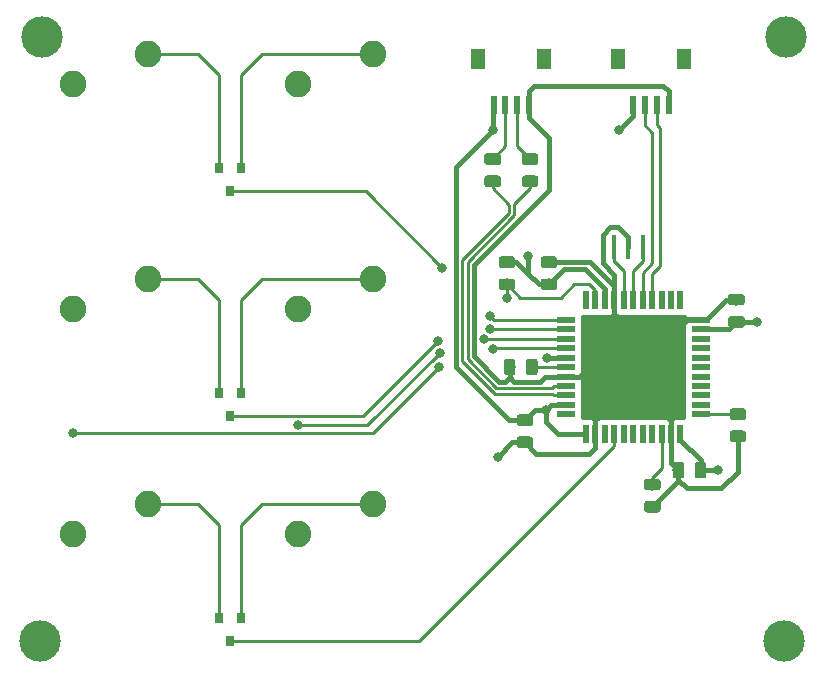
<source format=gbl>
G04 #@! TF.GenerationSoftware,KiCad,Pcbnew,(5.1.2)-2*
G04 #@! TF.CreationDate,2020-07-12T21:59:46+03:00*
G04 #@! TF.ProjectId,KB-Prototype,4b422d50-726f-4746-9f74-7970652e6b69,rev?*
G04 #@! TF.SameCoordinates,Original*
G04 #@! TF.FileFunction,Copper,L2,Bot*
G04 #@! TF.FilePolarity,Positive*
%FSLAX46Y46*%
G04 Gerber Fmt 4.6, Leading zero omitted, Abs format (unit mm)*
G04 Created by KiCad (PCBNEW (5.1.2)-2) date 2020-07-12 21:59:46*
%MOMM*%
%LPD*%
G04 APERTURE LIST*
%ADD10C,3.500000*%
%ADD11R,0.400000X2.000000*%
%ADD12R,0.550000X1.500000*%
%ADD13R,1.500000X0.550000*%
%ADD14C,0.100000*%
%ADD15C,0.975000*%
%ADD16C,2.250000*%
%ADD17R,1.200000X1.800000*%
%ADD18R,0.600000X1.550000*%
%ADD19R,0.800000X0.900000*%
%ADD20C,0.800000*%
%ADD21C,0.381000*%
%ADD22C,0.250000*%
%ADD23C,0.254000*%
G04 APERTURE END LIST*
D10*
X89789000Y-77978000D03*
X89916000Y-26797000D03*
X26797000Y-77978000D03*
X26924000Y-26797000D03*
D11*
X75381000Y-44577000D03*
X77781000Y-44577000D03*
X76581000Y-44577000D03*
D12*
X72993750Y-60468750D03*
X73793750Y-60468750D03*
X74593750Y-60468750D03*
X75393750Y-60468750D03*
X76193750Y-60468750D03*
X76993750Y-60468750D03*
X77793750Y-60468750D03*
X78593750Y-60468750D03*
X79393750Y-60468750D03*
X80193750Y-60468750D03*
X80993750Y-60468750D03*
D13*
X82693750Y-58768750D03*
X82693750Y-57968750D03*
X82693750Y-57168750D03*
X82693750Y-56368750D03*
X82693750Y-55568750D03*
X82693750Y-54768750D03*
X82693750Y-53968750D03*
X82693750Y-53168750D03*
X82693750Y-52368750D03*
X82693750Y-51568750D03*
X82693750Y-50768750D03*
D12*
X80993750Y-49068750D03*
X80193750Y-49068750D03*
X79393750Y-49068750D03*
X78593750Y-49068750D03*
X77793750Y-49068750D03*
X76993750Y-49068750D03*
X76193750Y-49068750D03*
X75393750Y-49068750D03*
X74593750Y-49068750D03*
X73793750Y-49068750D03*
X72993750Y-49068750D03*
D13*
X71293750Y-50768750D03*
X71293750Y-51568750D03*
X71293750Y-52368750D03*
X71293750Y-53168750D03*
X71293750Y-53968750D03*
X71293750Y-54768750D03*
X71293750Y-55568750D03*
X71293750Y-56368750D03*
X71293750Y-57168750D03*
X71293750Y-57968750D03*
X71293750Y-58768750D03*
D14*
G36*
X79093142Y-64235174D02*
G01*
X79116803Y-64238684D01*
X79140007Y-64244496D01*
X79162529Y-64252554D01*
X79184153Y-64262782D01*
X79204670Y-64275079D01*
X79223883Y-64289329D01*
X79241607Y-64305393D01*
X79257671Y-64323117D01*
X79271921Y-64342330D01*
X79284218Y-64362847D01*
X79294446Y-64384471D01*
X79302504Y-64406993D01*
X79308316Y-64430197D01*
X79311826Y-64453858D01*
X79313000Y-64477750D01*
X79313000Y-64965250D01*
X79311826Y-64989142D01*
X79308316Y-65012803D01*
X79302504Y-65036007D01*
X79294446Y-65058529D01*
X79284218Y-65080153D01*
X79271921Y-65100670D01*
X79257671Y-65119883D01*
X79241607Y-65137607D01*
X79223883Y-65153671D01*
X79204670Y-65167921D01*
X79184153Y-65180218D01*
X79162529Y-65190446D01*
X79140007Y-65198504D01*
X79116803Y-65204316D01*
X79093142Y-65207826D01*
X79069250Y-65209000D01*
X78156750Y-65209000D01*
X78132858Y-65207826D01*
X78109197Y-65204316D01*
X78085993Y-65198504D01*
X78063471Y-65190446D01*
X78041847Y-65180218D01*
X78021330Y-65167921D01*
X78002117Y-65153671D01*
X77984393Y-65137607D01*
X77968329Y-65119883D01*
X77954079Y-65100670D01*
X77941782Y-65080153D01*
X77931554Y-65058529D01*
X77923496Y-65036007D01*
X77917684Y-65012803D01*
X77914174Y-64989142D01*
X77913000Y-64965250D01*
X77913000Y-64477750D01*
X77914174Y-64453858D01*
X77917684Y-64430197D01*
X77923496Y-64406993D01*
X77931554Y-64384471D01*
X77941782Y-64362847D01*
X77954079Y-64342330D01*
X77968329Y-64323117D01*
X77984393Y-64305393D01*
X78002117Y-64289329D01*
X78021330Y-64275079D01*
X78041847Y-64262782D01*
X78063471Y-64252554D01*
X78085993Y-64244496D01*
X78109197Y-64238684D01*
X78132858Y-64235174D01*
X78156750Y-64234000D01*
X79069250Y-64234000D01*
X79093142Y-64235174D01*
X79093142Y-64235174D01*
G37*
D15*
X78613000Y-64721500D03*
D14*
G36*
X79093142Y-66110174D02*
G01*
X79116803Y-66113684D01*
X79140007Y-66119496D01*
X79162529Y-66127554D01*
X79184153Y-66137782D01*
X79204670Y-66150079D01*
X79223883Y-66164329D01*
X79241607Y-66180393D01*
X79257671Y-66198117D01*
X79271921Y-66217330D01*
X79284218Y-66237847D01*
X79294446Y-66259471D01*
X79302504Y-66281993D01*
X79308316Y-66305197D01*
X79311826Y-66328858D01*
X79313000Y-66352750D01*
X79313000Y-66840250D01*
X79311826Y-66864142D01*
X79308316Y-66887803D01*
X79302504Y-66911007D01*
X79294446Y-66933529D01*
X79284218Y-66955153D01*
X79271921Y-66975670D01*
X79257671Y-66994883D01*
X79241607Y-67012607D01*
X79223883Y-67028671D01*
X79204670Y-67042921D01*
X79184153Y-67055218D01*
X79162529Y-67065446D01*
X79140007Y-67073504D01*
X79116803Y-67079316D01*
X79093142Y-67082826D01*
X79069250Y-67084000D01*
X78156750Y-67084000D01*
X78132858Y-67082826D01*
X78109197Y-67079316D01*
X78085993Y-67073504D01*
X78063471Y-67065446D01*
X78041847Y-67055218D01*
X78021330Y-67042921D01*
X78002117Y-67028671D01*
X77984393Y-67012607D01*
X77968329Y-66994883D01*
X77954079Y-66975670D01*
X77941782Y-66955153D01*
X77931554Y-66933529D01*
X77923496Y-66911007D01*
X77917684Y-66887803D01*
X77914174Y-66864142D01*
X77913000Y-66840250D01*
X77913000Y-66352750D01*
X77914174Y-66328858D01*
X77917684Y-66305197D01*
X77923496Y-66281993D01*
X77931554Y-66259471D01*
X77941782Y-66237847D01*
X77954079Y-66217330D01*
X77968329Y-66198117D01*
X77984393Y-66180393D01*
X78002117Y-66164329D01*
X78021330Y-66150079D01*
X78041847Y-66137782D01*
X78063471Y-66127554D01*
X78085993Y-66119496D01*
X78109197Y-66113684D01*
X78132858Y-66110174D01*
X78156750Y-66109000D01*
X79069250Y-66109000D01*
X79093142Y-66110174D01*
X79093142Y-66110174D01*
G37*
D15*
X78613000Y-66596500D03*
D14*
G36*
X86332142Y-58266174D02*
G01*
X86355803Y-58269684D01*
X86379007Y-58275496D01*
X86401529Y-58283554D01*
X86423153Y-58293782D01*
X86443670Y-58306079D01*
X86462883Y-58320329D01*
X86480607Y-58336393D01*
X86496671Y-58354117D01*
X86510921Y-58373330D01*
X86523218Y-58393847D01*
X86533446Y-58415471D01*
X86541504Y-58437993D01*
X86547316Y-58461197D01*
X86550826Y-58484858D01*
X86552000Y-58508750D01*
X86552000Y-58996250D01*
X86550826Y-59020142D01*
X86547316Y-59043803D01*
X86541504Y-59067007D01*
X86533446Y-59089529D01*
X86523218Y-59111153D01*
X86510921Y-59131670D01*
X86496671Y-59150883D01*
X86480607Y-59168607D01*
X86462883Y-59184671D01*
X86443670Y-59198921D01*
X86423153Y-59211218D01*
X86401529Y-59221446D01*
X86379007Y-59229504D01*
X86355803Y-59235316D01*
X86332142Y-59238826D01*
X86308250Y-59240000D01*
X85395750Y-59240000D01*
X85371858Y-59238826D01*
X85348197Y-59235316D01*
X85324993Y-59229504D01*
X85302471Y-59221446D01*
X85280847Y-59211218D01*
X85260330Y-59198921D01*
X85241117Y-59184671D01*
X85223393Y-59168607D01*
X85207329Y-59150883D01*
X85193079Y-59131670D01*
X85180782Y-59111153D01*
X85170554Y-59089529D01*
X85162496Y-59067007D01*
X85156684Y-59043803D01*
X85153174Y-59020142D01*
X85152000Y-58996250D01*
X85152000Y-58508750D01*
X85153174Y-58484858D01*
X85156684Y-58461197D01*
X85162496Y-58437993D01*
X85170554Y-58415471D01*
X85180782Y-58393847D01*
X85193079Y-58373330D01*
X85207329Y-58354117D01*
X85223393Y-58336393D01*
X85241117Y-58320329D01*
X85260330Y-58306079D01*
X85280847Y-58293782D01*
X85302471Y-58283554D01*
X85324993Y-58275496D01*
X85348197Y-58269684D01*
X85371858Y-58266174D01*
X85395750Y-58265000D01*
X86308250Y-58265000D01*
X86332142Y-58266174D01*
X86332142Y-58266174D01*
G37*
D15*
X85852000Y-58752500D03*
D14*
G36*
X86332142Y-60141174D02*
G01*
X86355803Y-60144684D01*
X86379007Y-60150496D01*
X86401529Y-60158554D01*
X86423153Y-60168782D01*
X86443670Y-60181079D01*
X86462883Y-60195329D01*
X86480607Y-60211393D01*
X86496671Y-60229117D01*
X86510921Y-60248330D01*
X86523218Y-60268847D01*
X86533446Y-60290471D01*
X86541504Y-60312993D01*
X86547316Y-60336197D01*
X86550826Y-60359858D01*
X86552000Y-60383750D01*
X86552000Y-60871250D01*
X86550826Y-60895142D01*
X86547316Y-60918803D01*
X86541504Y-60942007D01*
X86533446Y-60964529D01*
X86523218Y-60986153D01*
X86510921Y-61006670D01*
X86496671Y-61025883D01*
X86480607Y-61043607D01*
X86462883Y-61059671D01*
X86443670Y-61073921D01*
X86423153Y-61086218D01*
X86401529Y-61096446D01*
X86379007Y-61104504D01*
X86355803Y-61110316D01*
X86332142Y-61113826D01*
X86308250Y-61115000D01*
X85395750Y-61115000D01*
X85371858Y-61113826D01*
X85348197Y-61110316D01*
X85324993Y-61104504D01*
X85302471Y-61096446D01*
X85280847Y-61086218D01*
X85260330Y-61073921D01*
X85241117Y-61059671D01*
X85223393Y-61043607D01*
X85207329Y-61025883D01*
X85193079Y-61006670D01*
X85180782Y-60986153D01*
X85170554Y-60964529D01*
X85162496Y-60942007D01*
X85156684Y-60918803D01*
X85153174Y-60895142D01*
X85152000Y-60871250D01*
X85152000Y-60383750D01*
X85153174Y-60359858D01*
X85156684Y-60336197D01*
X85162496Y-60312993D01*
X85170554Y-60290471D01*
X85180782Y-60268847D01*
X85193079Y-60248330D01*
X85207329Y-60229117D01*
X85223393Y-60211393D01*
X85241117Y-60195329D01*
X85260330Y-60181079D01*
X85280847Y-60168782D01*
X85302471Y-60158554D01*
X85324993Y-60150496D01*
X85348197Y-60144684D01*
X85371858Y-60141174D01*
X85395750Y-60140000D01*
X86308250Y-60140000D01*
X86332142Y-60141174D01*
X86332142Y-60141174D01*
G37*
D15*
X85852000Y-60627500D03*
D14*
G36*
X65567642Y-36676174D02*
G01*
X65591303Y-36679684D01*
X65614507Y-36685496D01*
X65637029Y-36693554D01*
X65658653Y-36703782D01*
X65679170Y-36716079D01*
X65698383Y-36730329D01*
X65716107Y-36746393D01*
X65732171Y-36764117D01*
X65746421Y-36783330D01*
X65758718Y-36803847D01*
X65768946Y-36825471D01*
X65777004Y-36847993D01*
X65782816Y-36871197D01*
X65786326Y-36894858D01*
X65787500Y-36918750D01*
X65787500Y-37406250D01*
X65786326Y-37430142D01*
X65782816Y-37453803D01*
X65777004Y-37477007D01*
X65768946Y-37499529D01*
X65758718Y-37521153D01*
X65746421Y-37541670D01*
X65732171Y-37560883D01*
X65716107Y-37578607D01*
X65698383Y-37594671D01*
X65679170Y-37608921D01*
X65658653Y-37621218D01*
X65637029Y-37631446D01*
X65614507Y-37639504D01*
X65591303Y-37645316D01*
X65567642Y-37648826D01*
X65543750Y-37650000D01*
X64631250Y-37650000D01*
X64607358Y-37648826D01*
X64583697Y-37645316D01*
X64560493Y-37639504D01*
X64537971Y-37631446D01*
X64516347Y-37621218D01*
X64495830Y-37608921D01*
X64476617Y-37594671D01*
X64458893Y-37578607D01*
X64442829Y-37560883D01*
X64428579Y-37541670D01*
X64416282Y-37521153D01*
X64406054Y-37499529D01*
X64397996Y-37477007D01*
X64392184Y-37453803D01*
X64388674Y-37430142D01*
X64387500Y-37406250D01*
X64387500Y-36918750D01*
X64388674Y-36894858D01*
X64392184Y-36871197D01*
X64397996Y-36847993D01*
X64406054Y-36825471D01*
X64416282Y-36803847D01*
X64428579Y-36783330D01*
X64442829Y-36764117D01*
X64458893Y-36746393D01*
X64476617Y-36730329D01*
X64495830Y-36716079D01*
X64516347Y-36703782D01*
X64537971Y-36693554D01*
X64560493Y-36685496D01*
X64583697Y-36679684D01*
X64607358Y-36676174D01*
X64631250Y-36675000D01*
X65543750Y-36675000D01*
X65567642Y-36676174D01*
X65567642Y-36676174D01*
G37*
D15*
X65087500Y-37162500D03*
D14*
G36*
X65567642Y-38551174D02*
G01*
X65591303Y-38554684D01*
X65614507Y-38560496D01*
X65637029Y-38568554D01*
X65658653Y-38578782D01*
X65679170Y-38591079D01*
X65698383Y-38605329D01*
X65716107Y-38621393D01*
X65732171Y-38639117D01*
X65746421Y-38658330D01*
X65758718Y-38678847D01*
X65768946Y-38700471D01*
X65777004Y-38722993D01*
X65782816Y-38746197D01*
X65786326Y-38769858D01*
X65787500Y-38793750D01*
X65787500Y-39281250D01*
X65786326Y-39305142D01*
X65782816Y-39328803D01*
X65777004Y-39352007D01*
X65768946Y-39374529D01*
X65758718Y-39396153D01*
X65746421Y-39416670D01*
X65732171Y-39435883D01*
X65716107Y-39453607D01*
X65698383Y-39469671D01*
X65679170Y-39483921D01*
X65658653Y-39496218D01*
X65637029Y-39506446D01*
X65614507Y-39514504D01*
X65591303Y-39520316D01*
X65567642Y-39523826D01*
X65543750Y-39525000D01*
X64631250Y-39525000D01*
X64607358Y-39523826D01*
X64583697Y-39520316D01*
X64560493Y-39514504D01*
X64537971Y-39506446D01*
X64516347Y-39496218D01*
X64495830Y-39483921D01*
X64476617Y-39469671D01*
X64458893Y-39453607D01*
X64442829Y-39435883D01*
X64428579Y-39416670D01*
X64416282Y-39396153D01*
X64406054Y-39374529D01*
X64397996Y-39352007D01*
X64392184Y-39328803D01*
X64388674Y-39305142D01*
X64387500Y-39281250D01*
X64387500Y-38793750D01*
X64388674Y-38769858D01*
X64392184Y-38746197D01*
X64397996Y-38722993D01*
X64406054Y-38700471D01*
X64416282Y-38678847D01*
X64428579Y-38658330D01*
X64442829Y-38639117D01*
X64458893Y-38621393D01*
X64476617Y-38605329D01*
X64495830Y-38591079D01*
X64516347Y-38578782D01*
X64537971Y-38568554D01*
X64560493Y-38560496D01*
X64583697Y-38554684D01*
X64607358Y-38551174D01*
X64631250Y-38550000D01*
X65543750Y-38550000D01*
X65567642Y-38551174D01*
X65567642Y-38551174D01*
G37*
D15*
X65087500Y-39037500D03*
D14*
G36*
X68742642Y-36676174D02*
G01*
X68766303Y-36679684D01*
X68789507Y-36685496D01*
X68812029Y-36693554D01*
X68833653Y-36703782D01*
X68854170Y-36716079D01*
X68873383Y-36730329D01*
X68891107Y-36746393D01*
X68907171Y-36764117D01*
X68921421Y-36783330D01*
X68933718Y-36803847D01*
X68943946Y-36825471D01*
X68952004Y-36847993D01*
X68957816Y-36871197D01*
X68961326Y-36894858D01*
X68962500Y-36918750D01*
X68962500Y-37406250D01*
X68961326Y-37430142D01*
X68957816Y-37453803D01*
X68952004Y-37477007D01*
X68943946Y-37499529D01*
X68933718Y-37521153D01*
X68921421Y-37541670D01*
X68907171Y-37560883D01*
X68891107Y-37578607D01*
X68873383Y-37594671D01*
X68854170Y-37608921D01*
X68833653Y-37621218D01*
X68812029Y-37631446D01*
X68789507Y-37639504D01*
X68766303Y-37645316D01*
X68742642Y-37648826D01*
X68718750Y-37650000D01*
X67806250Y-37650000D01*
X67782358Y-37648826D01*
X67758697Y-37645316D01*
X67735493Y-37639504D01*
X67712971Y-37631446D01*
X67691347Y-37621218D01*
X67670830Y-37608921D01*
X67651617Y-37594671D01*
X67633893Y-37578607D01*
X67617829Y-37560883D01*
X67603579Y-37541670D01*
X67591282Y-37521153D01*
X67581054Y-37499529D01*
X67572996Y-37477007D01*
X67567184Y-37453803D01*
X67563674Y-37430142D01*
X67562500Y-37406250D01*
X67562500Y-36918750D01*
X67563674Y-36894858D01*
X67567184Y-36871197D01*
X67572996Y-36847993D01*
X67581054Y-36825471D01*
X67591282Y-36803847D01*
X67603579Y-36783330D01*
X67617829Y-36764117D01*
X67633893Y-36746393D01*
X67651617Y-36730329D01*
X67670830Y-36716079D01*
X67691347Y-36703782D01*
X67712971Y-36693554D01*
X67735493Y-36685496D01*
X67758697Y-36679684D01*
X67782358Y-36676174D01*
X67806250Y-36675000D01*
X68718750Y-36675000D01*
X68742642Y-36676174D01*
X68742642Y-36676174D01*
G37*
D15*
X68262500Y-37162500D03*
D14*
G36*
X68742642Y-38551174D02*
G01*
X68766303Y-38554684D01*
X68789507Y-38560496D01*
X68812029Y-38568554D01*
X68833653Y-38578782D01*
X68854170Y-38591079D01*
X68873383Y-38605329D01*
X68891107Y-38621393D01*
X68907171Y-38639117D01*
X68921421Y-38658330D01*
X68933718Y-38678847D01*
X68943946Y-38700471D01*
X68952004Y-38722993D01*
X68957816Y-38746197D01*
X68961326Y-38769858D01*
X68962500Y-38793750D01*
X68962500Y-39281250D01*
X68961326Y-39305142D01*
X68957816Y-39328803D01*
X68952004Y-39352007D01*
X68943946Y-39374529D01*
X68933718Y-39396153D01*
X68921421Y-39416670D01*
X68907171Y-39435883D01*
X68891107Y-39453607D01*
X68873383Y-39469671D01*
X68854170Y-39483921D01*
X68833653Y-39496218D01*
X68812029Y-39506446D01*
X68789507Y-39514504D01*
X68766303Y-39520316D01*
X68742642Y-39523826D01*
X68718750Y-39525000D01*
X67806250Y-39525000D01*
X67782358Y-39523826D01*
X67758697Y-39520316D01*
X67735493Y-39514504D01*
X67712971Y-39506446D01*
X67691347Y-39496218D01*
X67670830Y-39483921D01*
X67651617Y-39469671D01*
X67633893Y-39453607D01*
X67617829Y-39435883D01*
X67603579Y-39416670D01*
X67591282Y-39396153D01*
X67581054Y-39374529D01*
X67572996Y-39352007D01*
X67567184Y-39328803D01*
X67563674Y-39305142D01*
X67562500Y-39281250D01*
X67562500Y-38793750D01*
X67563674Y-38769858D01*
X67567184Y-38746197D01*
X67572996Y-38722993D01*
X67581054Y-38700471D01*
X67591282Y-38678847D01*
X67603579Y-38658330D01*
X67617829Y-38639117D01*
X67633893Y-38621393D01*
X67651617Y-38605329D01*
X67670830Y-38591079D01*
X67691347Y-38578782D01*
X67712971Y-38568554D01*
X67735493Y-38560496D01*
X67758697Y-38554684D01*
X67782358Y-38551174D01*
X67806250Y-38550000D01*
X68718750Y-38550000D01*
X68742642Y-38551174D01*
X68742642Y-38551174D01*
G37*
D15*
X68262500Y-39037500D03*
D14*
G36*
X66774142Y-47282424D02*
G01*
X66797803Y-47285934D01*
X66821007Y-47291746D01*
X66843529Y-47299804D01*
X66865153Y-47310032D01*
X66885670Y-47322329D01*
X66904883Y-47336579D01*
X66922607Y-47352643D01*
X66938671Y-47370367D01*
X66952921Y-47389580D01*
X66965218Y-47410097D01*
X66975446Y-47431721D01*
X66983504Y-47454243D01*
X66989316Y-47477447D01*
X66992826Y-47501108D01*
X66994000Y-47525000D01*
X66994000Y-48012500D01*
X66992826Y-48036392D01*
X66989316Y-48060053D01*
X66983504Y-48083257D01*
X66975446Y-48105779D01*
X66965218Y-48127403D01*
X66952921Y-48147920D01*
X66938671Y-48167133D01*
X66922607Y-48184857D01*
X66904883Y-48200921D01*
X66885670Y-48215171D01*
X66865153Y-48227468D01*
X66843529Y-48237696D01*
X66821007Y-48245754D01*
X66797803Y-48251566D01*
X66774142Y-48255076D01*
X66750250Y-48256250D01*
X65837750Y-48256250D01*
X65813858Y-48255076D01*
X65790197Y-48251566D01*
X65766993Y-48245754D01*
X65744471Y-48237696D01*
X65722847Y-48227468D01*
X65702330Y-48215171D01*
X65683117Y-48200921D01*
X65665393Y-48184857D01*
X65649329Y-48167133D01*
X65635079Y-48147920D01*
X65622782Y-48127403D01*
X65612554Y-48105779D01*
X65604496Y-48083257D01*
X65598684Y-48060053D01*
X65595174Y-48036392D01*
X65594000Y-48012500D01*
X65594000Y-47525000D01*
X65595174Y-47501108D01*
X65598684Y-47477447D01*
X65604496Y-47454243D01*
X65612554Y-47431721D01*
X65622782Y-47410097D01*
X65635079Y-47389580D01*
X65649329Y-47370367D01*
X65665393Y-47352643D01*
X65683117Y-47336579D01*
X65702330Y-47322329D01*
X65722847Y-47310032D01*
X65744471Y-47299804D01*
X65766993Y-47291746D01*
X65790197Y-47285934D01*
X65813858Y-47282424D01*
X65837750Y-47281250D01*
X66750250Y-47281250D01*
X66774142Y-47282424D01*
X66774142Y-47282424D01*
G37*
D15*
X66294000Y-47768750D03*
D14*
G36*
X66774142Y-45407424D02*
G01*
X66797803Y-45410934D01*
X66821007Y-45416746D01*
X66843529Y-45424804D01*
X66865153Y-45435032D01*
X66885670Y-45447329D01*
X66904883Y-45461579D01*
X66922607Y-45477643D01*
X66938671Y-45495367D01*
X66952921Y-45514580D01*
X66965218Y-45535097D01*
X66975446Y-45556721D01*
X66983504Y-45579243D01*
X66989316Y-45602447D01*
X66992826Y-45626108D01*
X66994000Y-45650000D01*
X66994000Y-46137500D01*
X66992826Y-46161392D01*
X66989316Y-46185053D01*
X66983504Y-46208257D01*
X66975446Y-46230779D01*
X66965218Y-46252403D01*
X66952921Y-46272920D01*
X66938671Y-46292133D01*
X66922607Y-46309857D01*
X66904883Y-46325921D01*
X66885670Y-46340171D01*
X66865153Y-46352468D01*
X66843529Y-46362696D01*
X66821007Y-46370754D01*
X66797803Y-46376566D01*
X66774142Y-46380076D01*
X66750250Y-46381250D01*
X65837750Y-46381250D01*
X65813858Y-46380076D01*
X65790197Y-46376566D01*
X65766993Y-46370754D01*
X65744471Y-46362696D01*
X65722847Y-46352468D01*
X65702330Y-46340171D01*
X65683117Y-46325921D01*
X65665393Y-46309857D01*
X65649329Y-46292133D01*
X65635079Y-46272920D01*
X65622782Y-46252403D01*
X65612554Y-46230779D01*
X65604496Y-46208257D01*
X65598684Y-46185053D01*
X65595174Y-46161392D01*
X65594000Y-46137500D01*
X65594000Y-45650000D01*
X65595174Y-45626108D01*
X65598684Y-45602447D01*
X65604496Y-45579243D01*
X65612554Y-45556721D01*
X65622782Y-45535097D01*
X65635079Y-45514580D01*
X65649329Y-45495367D01*
X65665393Y-45477643D01*
X65683117Y-45461579D01*
X65702330Y-45447329D01*
X65722847Y-45435032D01*
X65744471Y-45424804D01*
X65766993Y-45416746D01*
X65790197Y-45410934D01*
X65813858Y-45407424D01*
X65837750Y-45406250D01*
X66750250Y-45406250D01*
X66774142Y-45407424D01*
X66774142Y-45407424D01*
G37*
D15*
X66294000Y-45893750D03*
D16*
X54927500Y-66357500D03*
X48577500Y-68897500D03*
X35877500Y-66357500D03*
X29527500Y-68897500D03*
X54927500Y-47307500D03*
X48577500Y-49847500D03*
X35877500Y-47307500D03*
X29527500Y-49847500D03*
X54927500Y-28257500D03*
X48577500Y-30797500D03*
X35877500Y-28257500D03*
X29527500Y-30797500D03*
D17*
X81286000Y-28713000D03*
X75686000Y-28713000D03*
D18*
X76986000Y-32588000D03*
X77986000Y-32588000D03*
X79986000Y-32588000D03*
X78986000Y-32588000D03*
D17*
X69475000Y-28681250D03*
X63875000Y-28681250D03*
D18*
X65175000Y-32556250D03*
X66175000Y-32556250D03*
X68175000Y-32556250D03*
X67175000Y-32556250D03*
D19*
X42862500Y-77993750D03*
X43812500Y-75993750D03*
X41912500Y-75993750D03*
X42862500Y-58943750D03*
X43812500Y-56943750D03*
X41912500Y-56943750D03*
X42862500Y-39893750D03*
X43812500Y-37893750D03*
X41912500Y-37893750D03*
D14*
G36*
X68298142Y-58774174D02*
G01*
X68321803Y-58777684D01*
X68345007Y-58783496D01*
X68367529Y-58791554D01*
X68389153Y-58801782D01*
X68409670Y-58814079D01*
X68428883Y-58828329D01*
X68446607Y-58844393D01*
X68462671Y-58862117D01*
X68476921Y-58881330D01*
X68489218Y-58901847D01*
X68499446Y-58923471D01*
X68507504Y-58945993D01*
X68513316Y-58969197D01*
X68516826Y-58992858D01*
X68518000Y-59016750D01*
X68518000Y-59504250D01*
X68516826Y-59528142D01*
X68513316Y-59551803D01*
X68507504Y-59575007D01*
X68499446Y-59597529D01*
X68489218Y-59619153D01*
X68476921Y-59639670D01*
X68462671Y-59658883D01*
X68446607Y-59676607D01*
X68428883Y-59692671D01*
X68409670Y-59706921D01*
X68389153Y-59719218D01*
X68367529Y-59729446D01*
X68345007Y-59737504D01*
X68321803Y-59743316D01*
X68298142Y-59746826D01*
X68274250Y-59748000D01*
X67361750Y-59748000D01*
X67337858Y-59746826D01*
X67314197Y-59743316D01*
X67290993Y-59737504D01*
X67268471Y-59729446D01*
X67246847Y-59719218D01*
X67226330Y-59706921D01*
X67207117Y-59692671D01*
X67189393Y-59676607D01*
X67173329Y-59658883D01*
X67159079Y-59639670D01*
X67146782Y-59619153D01*
X67136554Y-59597529D01*
X67128496Y-59575007D01*
X67122684Y-59551803D01*
X67119174Y-59528142D01*
X67118000Y-59504250D01*
X67118000Y-59016750D01*
X67119174Y-58992858D01*
X67122684Y-58969197D01*
X67128496Y-58945993D01*
X67136554Y-58923471D01*
X67146782Y-58901847D01*
X67159079Y-58881330D01*
X67173329Y-58862117D01*
X67189393Y-58844393D01*
X67207117Y-58828329D01*
X67226330Y-58814079D01*
X67246847Y-58801782D01*
X67268471Y-58791554D01*
X67290993Y-58783496D01*
X67314197Y-58777684D01*
X67337858Y-58774174D01*
X67361750Y-58773000D01*
X68274250Y-58773000D01*
X68298142Y-58774174D01*
X68298142Y-58774174D01*
G37*
D15*
X67818000Y-59260500D03*
D14*
G36*
X68298142Y-60649174D02*
G01*
X68321803Y-60652684D01*
X68345007Y-60658496D01*
X68367529Y-60666554D01*
X68389153Y-60676782D01*
X68409670Y-60689079D01*
X68428883Y-60703329D01*
X68446607Y-60719393D01*
X68462671Y-60737117D01*
X68476921Y-60756330D01*
X68489218Y-60776847D01*
X68499446Y-60798471D01*
X68507504Y-60820993D01*
X68513316Y-60844197D01*
X68516826Y-60867858D01*
X68518000Y-60891750D01*
X68518000Y-61379250D01*
X68516826Y-61403142D01*
X68513316Y-61426803D01*
X68507504Y-61450007D01*
X68499446Y-61472529D01*
X68489218Y-61494153D01*
X68476921Y-61514670D01*
X68462671Y-61533883D01*
X68446607Y-61551607D01*
X68428883Y-61567671D01*
X68409670Y-61581921D01*
X68389153Y-61594218D01*
X68367529Y-61604446D01*
X68345007Y-61612504D01*
X68321803Y-61618316D01*
X68298142Y-61621826D01*
X68274250Y-61623000D01*
X67361750Y-61623000D01*
X67337858Y-61621826D01*
X67314197Y-61618316D01*
X67290993Y-61612504D01*
X67268471Y-61604446D01*
X67246847Y-61594218D01*
X67226330Y-61581921D01*
X67207117Y-61567671D01*
X67189393Y-61551607D01*
X67173329Y-61533883D01*
X67159079Y-61514670D01*
X67146782Y-61494153D01*
X67136554Y-61472529D01*
X67128496Y-61450007D01*
X67122684Y-61426803D01*
X67119174Y-61403142D01*
X67118000Y-61379250D01*
X67118000Y-60891750D01*
X67119174Y-60867858D01*
X67122684Y-60844197D01*
X67128496Y-60820993D01*
X67136554Y-60798471D01*
X67146782Y-60776847D01*
X67159079Y-60756330D01*
X67173329Y-60737117D01*
X67189393Y-60719393D01*
X67207117Y-60703329D01*
X67226330Y-60689079D01*
X67246847Y-60676782D01*
X67268471Y-60666554D01*
X67290993Y-60658496D01*
X67314197Y-60652684D01*
X67337858Y-60649174D01*
X67361750Y-60648000D01*
X68274250Y-60648000D01*
X68298142Y-60649174D01*
X68298142Y-60649174D01*
G37*
D15*
X67818000Y-61135500D03*
D14*
G36*
X82961392Y-62801174D02*
G01*
X82985053Y-62804684D01*
X83008257Y-62810496D01*
X83030779Y-62818554D01*
X83052403Y-62828782D01*
X83072920Y-62841079D01*
X83092133Y-62855329D01*
X83109857Y-62871393D01*
X83125921Y-62889117D01*
X83140171Y-62908330D01*
X83152468Y-62928847D01*
X83162696Y-62950471D01*
X83170754Y-62972993D01*
X83176566Y-62996197D01*
X83180076Y-63019858D01*
X83181250Y-63043750D01*
X83181250Y-63956250D01*
X83180076Y-63980142D01*
X83176566Y-64003803D01*
X83170754Y-64027007D01*
X83162696Y-64049529D01*
X83152468Y-64071153D01*
X83140171Y-64091670D01*
X83125921Y-64110883D01*
X83109857Y-64128607D01*
X83092133Y-64144671D01*
X83072920Y-64158921D01*
X83052403Y-64171218D01*
X83030779Y-64181446D01*
X83008257Y-64189504D01*
X82985053Y-64195316D01*
X82961392Y-64198826D01*
X82937500Y-64200000D01*
X82450000Y-64200000D01*
X82426108Y-64198826D01*
X82402447Y-64195316D01*
X82379243Y-64189504D01*
X82356721Y-64181446D01*
X82335097Y-64171218D01*
X82314580Y-64158921D01*
X82295367Y-64144671D01*
X82277643Y-64128607D01*
X82261579Y-64110883D01*
X82247329Y-64091670D01*
X82235032Y-64071153D01*
X82224804Y-64049529D01*
X82216746Y-64027007D01*
X82210934Y-64003803D01*
X82207424Y-63980142D01*
X82206250Y-63956250D01*
X82206250Y-63043750D01*
X82207424Y-63019858D01*
X82210934Y-62996197D01*
X82216746Y-62972993D01*
X82224804Y-62950471D01*
X82235032Y-62928847D01*
X82247329Y-62908330D01*
X82261579Y-62889117D01*
X82277643Y-62871393D01*
X82295367Y-62855329D01*
X82314580Y-62841079D01*
X82335097Y-62828782D01*
X82356721Y-62818554D01*
X82379243Y-62810496D01*
X82402447Y-62804684D01*
X82426108Y-62801174D01*
X82450000Y-62800000D01*
X82937500Y-62800000D01*
X82961392Y-62801174D01*
X82961392Y-62801174D01*
G37*
D15*
X82693750Y-63500000D03*
D14*
G36*
X81086392Y-62801174D02*
G01*
X81110053Y-62804684D01*
X81133257Y-62810496D01*
X81155779Y-62818554D01*
X81177403Y-62828782D01*
X81197920Y-62841079D01*
X81217133Y-62855329D01*
X81234857Y-62871393D01*
X81250921Y-62889117D01*
X81265171Y-62908330D01*
X81277468Y-62928847D01*
X81287696Y-62950471D01*
X81295754Y-62972993D01*
X81301566Y-62996197D01*
X81305076Y-63019858D01*
X81306250Y-63043750D01*
X81306250Y-63956250D01*
X81305076Y-63980142D01*
X81301566Y-64003803D01*
X81295754Y-64027007D01*
X81287696Y-64049529D01*
X81277468Y-64071153D01*
X81265171Y-64091670D01*
X81250921Y-64110883D01*
X81234857Y-64128607D01*
X81217133Y-64144671D01*
X81197920Y-64158921D01*
X81177403Y-64171218D01*
X81155779Y-64181446D01*
X81133257Y-64189504D01*
X81110053Y-64195316D01*
X81086392Y-64198826D01*
X81062500Y-64200000D01*
X80575000Y-64200000D01*
X80551108Y-64198826D01*
X80527447Y-64195316D01*
X80504243Y-64189504D01*
X80481721Y-64181446D01*
X80460097Y-64171218D01*
X80439580Y-64158921D01*
X80420367Y-64144671D01*
X80402643Y-64128607D01*
X80386579Y-64110883D01*
X80372329Y-64091670D01*
X80360032Y-64071153D01*
X80349804Y-64049529D01*
X80341746Y-64027007D01*
X80335934Y-64003803D01*
X80332424Y-63980142D01*
X80331250Y-63956250D01*
X80331250Y-63043750D01*
X80332424Y-63019858D01*
X80335934Y-62996197D01*
X80341746Y-62972993D01*
X80349804Y-62950471D01*
X80360032Y-62928847D01*
X80372329Y-62908330D01*
X80386579Y-62889117D01*
X80402643Y-62871393D01*
X80420367Y-62855329D01*
X80439580Y-62841079D01*
X80460097Y-62828782D01*
X80481721Y-62818554D01*
X80504243Y-62810496D01*
X80527447Y-62804684D01*
X80551108Y-62801174D01*
X80575000Y-62800000D01*
X81062500Y-62800000D01*
X81086392Y-62801174D01*
X81086392Y-62801174D01*
G37*
D15*
X80818750Y-63500000D03*
D14*
G36*
X86205142Y-50457424D02*
G01*
X86228803Y-50460934D01*
X86252007Y-50466746D01*
X86274529Y-50474804D01*
X86296153Y-50485032D01*
X86316670Y-50497329D01*
X86335883Y-50511579D01*
X86353607Y-50527643D01*
X86369671Y-50545367D01*
X86383921Y-50564580D01*
X86396218Y-50585097D01*
X86406446Y-50606721D01*
X86414504Y-50629243D01*
X86420316Y-50652447D01*
X86423826Y-50676108D01*
X86425000Y-50700000D01*
X86425000Y-51187500D01*
X86423826Y-51211392D01*
X86420316Y-51235053D01*
X86414504Y-51258257D01*
X86406446Y-51280779D01*
X86396218Y-51302403D01*
X86383921Y-51322920D01*
X86369671Y-51342133D01*
X86353607Y-51359857D01*
X86335883Y-51375921D01*
X86316670Y-51390171D01*
X86296153Y-51402468D01*
X86274529Y-51412696D01*
X86252007Y-51420754D01*
X86228803Y-51426566D01*
X86205142Y-51430076D01*
X86181250Y-51431250D01*
X85268750Y-51431250D01*
X85244858Y-51430076D01*
X85221197Y-51426566D01*
X85197993Y-51420754D01*
X85175471Y-51412696D01*
X85153847Y-51402468D01*
X85133330Y-51390171D01*
X85114117Y-51375921D01*
X85096393Y-51359857D01*
X85080329Y-51342133D01*
X85066079Y-51322920D01*
X85053782Y-51302403D01*
X85043554Y-51280779D01*
X85035496Y-51258257D01*
X85029684Y-51235053D01*
X85026174Y-51211392D01*
X85025000Y-51187500D01*
X85025000Y-50700000D01*
X85026174Y-50676108D01*
X85029684Y-50652447D01*
X85035496Y-50629243D01*
X85043554Y-50606721D01*
X85053782Y-50585097D01*
X85066079Y-50564580D01*
X85080329Y-50545367D01*
X85096393Y-50527643D01*
X85114117Y-50511579D01*
X85133330Y-50497329D01*
X85153847Y-50485032D01*
X85175471Y-50474804D01*
X85197993Y-50466746D01*
X85221197Y-50460934D01*
X85244858Y-50457424D01*
X85268750Y-50456250D01*
X86181250Y-50456250D01*
X86205142Y-50457424D01*
X86205142Y-50457424D01*
G37*
D15*
X85725000Y-50943750D03*
D14*
G36*
X86205142Y-48582424D02*
G01*
X86228803Y-48585934D01*
X86252007Y-48591746D01*
X86274529Y-48599804D01*
X86296153Y-48610032D01*
X86316670Y-48622329D01*
X86335883Y-48636579D01*
X86353607Y-48652643D01*
X86369671Y-48670367D01*
X86383921Y-48689580D01*
X86396218Y-48710097D01*
X86406446Y-48731721D01*
X86414504Y-48754243D01*
X86420316Y-48777447D01*
X86423826Y-48801108D01*
X86425000Y-48825000D01*
X86425000Y-49312500D01*
X86423826Y-49336392D01*
X86420316Y-49360053D01*
X86414504Y-49383257D01*
X86406446Y-49405779D01*
X86396218Y-49427403D01*
X86383921Y-49447920D01*
X86369671Y-49467133D01*
X86353607Y-49484857D01*
X86335883Y-49500921D01*
X86316670Y-49515171D01*
X86296153Y-49527468D01*
X86274529Y-49537696D01*
X86252007Y-49545754D01*
X86228803Y-49551566D01*
X86205142Y-49555076D01*
X86181250Y-49556250D01*
X85268750Y-49556250D01*
X85244858Y-49555076D01*
X85221197Y-49551566D01*
X85197993Y-49545754D01*
X85175471Y-49537696D01*
X85153847Y-49527468D01*
X85133330Y-49515171D01*
X85114117Y-49500921D01*
X85096393Y-49484857D01*
X85080329Y-49467133D01*
X85066079Y-49447920D01*
X85053782Y-49427403D01*
X85043554Y-49405779D01*
X85035496Y-49383257D01*
X85029684Y-49360053D01*
X85026174Y-49336392D01*
X85025000Y-49312500D01*
X85025000Y-48825000D01*
X85026174Y-48801108D01*
X85029684Y-48777447D01*
X85035496Y-48754243D01*
X85043554Y-48731721D01*
X85053782Y-48710097D01*
X85066079Y-48689580D01*
X85080329Y-48670367D01*
X85096393Y-48652643D01*
X85114117Y-48636579D01*
X85133330Y-48622329D01*
X85153847Y-48610032D01*
X85175471Y-48599804D01*
X85197993Y-48591746D01*
X85221197Y-48585934D01*
X85244858Y-48582424D01*
X85268750Y-48581250D01*
X86181250Y-48581250D01*
X86205142Y-48582424D01*
X86205142Y-48582424D01*
G37*
D15*
X85725000Y-49068750D03*
D14*
G36*
X70330142Y-47282424D02*
G01*
X70353803Y-47285934D01*
X70377007Y-47291746D01*
X70399529Y-47299804D01*
X70421153Y-47310032D01*
X70441670Y-47322329D01*
X70460883Y-47336579D01*
X70478607Y-47352643D01*
X70494671Y-47370367D01*
X70508921Y-47389580D01*
X70521218Y-47410097D01*
X70531446Y-47431721D01*
X70539504Y-47454243D01*
X70545316Y-47477447D01*
X70548826Y-47501108D01*
X70550000Y-47525000D01*
X70550000Y-48012500D01*
X70548826Y-48036392D01*
X70545316Y-48060053D01*
X70539504Y-48083257D01*
X70531446Y-48105779D01*
X70521218Y-48127403D01*
X70508921Y-48147920D01*
X70494671Y-48167133D01*
X70478607Y-48184857D01*
X70460883Y-48200921D01*
X70441670Y-48215171D01*
X70421153Y-48227468D01*
X70399529Y-48237696D01*
X70377007Y-48245754D01*
X70353803Y-48251566D01*
X70330142Y-48255076D01*
X70306250Y-48256250D01*
X69393750Y-48256250D01*
X69369858Y-48255076D01*
X69346197Y-48251566D01*
X69322993Y-48245754D01*
X69300471Y-48237696D01*
X69278847Y-48227468D01*
X69258330Y-48215171D01*
X69239117Y-48200921D01*
X69221393Y-48184857D01*
X69205329Y-48167133D01*
X69191079Y-48147920D01*
X69178782Y-48127403D01*
X69168554Y-48105779D01*
X69160496Y-48083257D01*
X69154684Y-48060053D01*
X69151174Y-48036392D01*
X69150000Y-48012500D01*
X69150000Y-47525000D01*
X69151174Y-47501108D01*
X69154684Y-47477447D01*
X69160496Y-47454243D01*
X69168554Y-47431721D01*
X69178782Y-47410097D01*
X69191079Y-47389580D01*
X69205329Y-47370367D01*
X69221393Y-47352643D01*
X69239117Y-47336579D01*
X69258330Y-47322329D01*
X69278847Y-47310032D01*
X69300471Y-47299804D01*
X69322993Y-47291746D01*
X69346197Y-47285934D01*
X69369858Y-47282424D01*
X69393750Y-47281250D01*
X70306250Y-47281250D01*
X70330142Y-47282424D01*
X70330142Y-47282424D01*
G37*
D15*
X69850000Y-47768750D03*
D14*
G36*
X70330142Y-45407424D02*
G01*
X70353803Y-45410934D01*
X70377007Y-45416746D01*
X70399529Y-45424804D01*
X70421153Y-45435032D01*
X70441670Y-45447329D01*
X70460883Y-45461579D01*
X70478607Y-45477643D01*
X70494671Y-45495367D01*
X70508921Y-45514580D01*
X70521218Y-45535097D01*
X70531446Y-45556721D01*
X70539504Y-45579243D01*
X70545316Y-45602447D01*
X70548826Y-45626108D01*
X70550000Y-45650000D01*
X70550000Y-46137500D01*
X70548826Y-46161392D01*
X70545316Y-46185053D01*
X70539504Y-46208257D01*
X70531446Y-46230779D01*
X70521218Y-46252403D01*
X70508921Y-46272920D01*
X70494671Y-46292133D01*
X70478607Y-46309857D01*
X70460883Y-46325921D01*
X70441670Y-46340171D01*
X70421153Y-46352468D01*
X70399529Y-46362696D01*
X70377007Y-46370754D01*
X70353803Y-46376566D01*
X70330142Y-46380076D01*
X70306250Y-46381250D01*
X69393750Y-46381250D01*
X69369858Y-46380076D01*
X69346197Y-46376566D01*
X69322993Y-46370754D01*
X69300471Y-46362696D01*
X69278847Y-46352468D01*
X69258330Y-46340171D01*
X69239117Y-46325921D01*
X69221393Y-46309857D01*
X69205329Y-46292133D01*
X69191079Y-46272920D01*
X69178782Y-46252403D01*
X69168554Y-46230779D01*
X69160496Y-46208257D01*
X69154684Y-46185053D01*
X69151174Y-46161392D01*
X69150000Y-46137500D01*
X69150000Y-45650000D01*
X69151174Y-45626108D01*
X69154684Y-45602447D01*
X69160496Y-45579243D01*
X69168554Y-45556721D01*
X69178782Y-45535097D01*
X69191079Y-45514580D01*
X69205329Y-45495367D01*
X69221393Y-45477643D01*
X69239117Y-45461579D01*
X69258330Y-45447329D01*
X69278847Y-45435032D01*
X69300471Y-45424804D01*
X69322993Y-45416746D01*
X69346197Y-45410934D01*
X69369858Y-45407424D01*
X69393750Y-45406250D01*
X70306250Y-45406250D01*
X70330142Y-45407424D01*
X70330142Y-45407424D01*
G37*
D15*
X69850000Y-45893750D03*
D14*
G36*
X66798892Y-54069924D02*
G01*
X66822553Y-54073434D01*
X66845757Y-54079246D01*
X66868279Y-54087304D01*
X66889903Y-54097532D01*
X66910420Y-54109829D01*
X66929633Y-54124079D01*
X66947357Y-54140143D01*
X66963421Y-54157867D01*
X66977671Y-54177080D01*
X66989968Y-54197597D01*
X67000196Y-54219221D01*
X67008254Y-54241743D01*
X67014066Y-54264947D01*
X67017576Y-54288608D01*
X67018750Y-54312500D01*
X67018750Y-55225000D01*
X67017576Y-55248892D01*
X67014066Y-55272553D01*
X67008254Y-55295757D01*
X67000196Y-55318279D01*
X66989968Y-55339903D01*
X66977671Y-55360420D01*
X66963421Y-55379633D01*
X66947357Y-55397357D01*
X66929633Y-55413421D01*
X66910420Y-55427671D01*
X66889903Y-55439968D01*
X66868279Y-55450196D01*
X66845757Y-55458254D01*
X66822553Y-55464066D01*
X66798892Y-55467576D01*
X66775000Y-55468750D01*
X66287500Y-55468750D01*
X66263608Y-55467576D01*
X66239947Y-55464066D01*
X66216743Y-55458254D01*
X66194221Y-55450196D01*
X66172597Y-55439968D01*
X66152080Y-55427671D01*
X66132867Y-55413421D01*
X66115143Y-55397357D01*
X66099079Y-55379633D01*
X66084829Y-55360420D01*
X66072532Y-55339903D01*
X66062304Y-55318279D01*
X66054246Y-55295757D01*
X66048434Y-55272553D01*
X66044924Y-55248892D01*
X66043750Y-55225000D01*
X66043750Y-54312500D01*
X66044924Y-54288608D01*
X66048434Y-54264947D01*
X66054246Y-54241743D01*
X66062304Y-54219221D01*
X66072532Y-54197597D01*
X66084829Y-54177080D01*
X66099079Y-54157867D01*
X66115143Y-54140143D01*
X66132867Y-54124079D01*
X66152080Y-54109829D01*
X66172597Y-54097532D01*
X66194221Y-54087304D01*
X66216743Y-54079246D01*
X66239947Y-54073434D01*
X66263608Y-54069924D01*
X66287500Y-54068750D01*
X66775000Y-54068750D01*
X66798892Y-54069924D01*
X66798892Y-54069924D01*
G37*
D15*
X66531250Y-54768750D03*
D14*
G36*
X68673892Y-54069924D02*
G01*
X68697553Y-54073434D01*
X68720757Y-54079246D01*
X68743279Y-54087304D01*
X68764903Y-54097532D01*
X68785420Y-54109829D01*
X68804633Y-54124079D01*
X68822357Y-54140143D01*
X68838421Y-54157867D01*
X68852671Y-54177080D01*
X68864968Y-54197597D01*
X68875196Y-54219221D01*
X68883254Y-54241743D01*
X68889066Y-54264947D01*
X68892576Y-54288608D01*
X68893750Y-54312500D01*
X68893750Y-55225000D01*
X68892576Y-55248892D01*
X68889066Y-55272553D01*
X68883254Y-55295757D01*
X68875196Y-55318279D01*
X68864968Y-55339903D01*
X68852671Y-55360420D01*
X68838421Y-55379633D01*
X68822357Y-55397357D01*
X68804633Y-55413421D01*
X68785420Y-55427671D01*
X68764903Y-55439968D01*
X68743279Y-55450196D01*
X68720757Y-55458254D01*
X68697553Y-55464066D01*
X68673892Y-55467576D01*
X68650000Y-55468750D01*
X68162500Y-55468750D01*
X68138608Y-55467576D01*
X68114947Y-55464066D01*
X68091743Y-55458254D01*
X68069221Y-55450196D01*
X68047597Y-55439968D01*
X68027080Y-55427671D01*
X68007867Y-55413421D01*
X67990143Y-55397357D01*
X67974079Y-55379633D01*
X67959829Y-55360420D01*
X67947532Y-55339903D01*
X67937304Y-55318279D01*
X67929246Y-55295757D01*
X67923434Y-55272553D01*
X67919924Y-55248892D01*
X67918750Y-55225000D01*
X67918750Y-54312500D01*
X67919924Y-54288608D01*
X67923434Y-54264947D01*
X67929246Y-54241743D01*
X67937304Y-54219221D01*
X67947532Y-54197597D01*
X67959829Y-54177080D01*
X67974079Y-54157867D01*
X67990143Y-54140143D01*
X68007867Y-54124079D01*
X68027080Y-54109829D01*
X68047597Y-54097532D01*
X68069221Y-54087304D01*
X68091743Y-54079246D01*
X68114947Y-54073434D01*
X68138608Y-54069924D01*
X68162500Y-54068750D01*
X68650000Y-54068750D01*
X68673892Y-54069924D01*
X68673892Y-54069924D01*
G37*
D15*
X68406250Y-54768750D03*
D20*
X65532000Y-62357000D03*
X87503000Y-50927000D03*
X84201000Y-63500000D03*
X69596000Y-58420000D03*
X69723000Y-53975000D03*
X68072000Y-45339000D03*
X65151000Y-34671000D03*
X75819000Y-34671000D03*
X64897000Y-50419000D03*
X60833000Y-46355000D03*
X60452000Y-52578000D03*
X64897000Y-51562000D03*
X60579000Y-54737000D03*
X65151000Y-53213000D03*
X29527500Y-60388500D03*
X60593421Y-53567952D03*
X64342299Y-52394051D03*
X48577500Y-59668750D03*
X66294000Y-48895000D03*
D21*
X76581000Y-43777000D02*
X76581000Y-44577000D01*
X75393750Y-49068750D02*
X75393750Y-46945750D01*
X75393750Y-46945750D02*
X74422000Y-45974000D01*
X74422000Y-45974000D02*
X74422000Y-43561000D01*
X74422000Y-43561000D02*
X75057000Y-42926000D01*
X75057000Y-42926000D02*
X75730000Y-42926000D01*
X75730000Y-42926000D02*
X76581000Y-43777000D01*
X84868750Y-49068750D02*
X85725000Y-49068750D01*
X82693750Y-50768750D02*
X83168750Y-50768750D01*
X83168750Y-50768750D02*
X84868750Y-49068750D01*
X80193750Y-62875000D02*
X80818750Y-63500000D01*
X80193750Y-60468750D02*
X80193750Y-62875000D01*
X85852000Y-60627500D02*
X85852000Y-63627000D01*
X80818750Y-64300000D02*
X81542750Y-65024000D01*
X80818750Y-63500000D02*
X80818750Y-64300000D01*
X84455000Y-65024000D02*
X85852000Y-63627000D01*
X81542750Y-65024000D02*
X84455000Y-65024000D01*
X75393750Y-47937750D02*
X75393750Y-49068750D01*
X73349750Y-45893750D02*
X75393750Y-47937750D01*
X69850000Y-45893750D02*
X73349750Y-45893750D01*
X66753500Y-61135500D02*
X67818000Y-61135500D01*
X65532000Y-62357000D02*
X66753500Y-61135500D01*
X73793750Y-61599750D02*
X73290500Y-62103000D01*
X73793750Y-60468750D02*
X73793750Y-61599750D01*
X68785500Y-62103000D02*
X67818000Y-61135500D01*
X73290500Y-62103000D02*
X68785500Y-62103000D01*
X75393750Y-50199750D02*
X75393750Y-49068750D01*
X75393750Y-52599750D02*
X75393750Y-50199750D01*
X72424750Y-55568750D02*
X75393750Y-52599750D01*
X71293750Y-55568750D02*
X72424750Y-55568750D01*
X79731750Y-52599750D02*
X75393750Y-52599750D01*
X81562750Y-50768750D02*
X79731750Y-52599750D01*
X82693750Y-50768750D02*
X81562750Y-50768750D01*
X72424750Y-55568750D02*
X72586750Y-55568750D01*
X73793750Y-56775750D02*
X73793750Y-60468750D01*
X72586750Y-55568750D02*
X73793750Y-56775750D01*
X80193750Y-59337750D02*
X80193750Y-60468750D01*
X77631750Y-56775750D02*
X80193750Y-59337750D01*
X73793750Y-56775750D02*
X77631750Y-56775750D01*
X66531250Y-55609250D02*
X66531250Y-54768750D01*
X66929000Y-56007000D02*
X66531250Y-55609250D01*
X69088000Y-56007000D02*
X66929000Y-56007000D01*
X71293750Y-55568750D02*
X69526250Y-55568750D01*
X69526250Y-55568750D02*
X69088000Y-56007000D01*
X69850000Y-35387250D02*
X68175000Y-33712250D01*
X66531250Y-55642750D02*
X66167000Y-56007000D01*
X68175000Y-33712250D02*
X68175000Y-32556250D01*
X66531250Y-55609250D02*
X66531250Y-55642750D01*
X66167000Y-56007000D02*
X65659000Y-56007000D01*
X69850000Y-39751000D02*
X69850000Y-35387250D01*
X65659000Y-56007000D02*
X63500000Y-53848000D01*
X63500000Y-53848000D02*
X63500000Y-46101000D01*
X63500000Y-46101000D02*
X69850000Y-39751000D01*
X68175000Y-31400250D02*
X68175000Y-32556250D01*
X68587250Y-30988000D02*
X68175000Y-31400250D01*
X79542000Y-30988000D02*
X68587250Y-30988000D01*
X79986000Y-31432000D02*
X79542000Y-30988000D01*
X79986000Y-32588000D02*
X79986000Y-31432000D01*
X80818750Y-64390750D02*
X80818750Y-64300000D01*
X78613000Y-66596500D02*
X80818750Y-64390750D01*
D22*
X70293750Y-54768750D02*
X68406250Y-54768750D01*
X71293750Y-54768750D02*
X70293750Y-54768750D01*
D21*
X85100000Y-51568750D02*
X85725000Y-50943750D01*
X82693750Y-51568750D02*
X85100000Y-51568750D01*
X85725000Y-50943750D02*
X87486250Y-50943750D01*
X87486250Y-50943750D02*
X87503000Y-50927000D01*
X82693750Y-62643750D02*
X82693750Y-63500000D01*
X80993750Y-60468750D02*
X80993750Y-60943750D01*
X80993750Y-60943750D02*
X82693750Y-62643750D01*
X82693750Y-63500000D02*
X84201000Y-63500000D01*
X71293750Y-57968750D02*
X70047250Y-57968750D01*
X70047250Y-57968750D02*
X69596000Y-58420000D01*
X68658500Y-58420000D02*
X67818000Y-59260500D01*
X69596000Y-58420000D02*
X68658500Y-58420000D01*
X71293750Y-53968750D02*
X69729250Y-53968750D01*
X69729250Y-53968750D02*
X69723000Y-53975000D01*
X67102750Y-45893750D02*
X66294000Y-45893750D01*
X69850000Y-47768750D02*
X68977750Y-47768750D01*
X68072000Y-46863000D02*
X68072000Y-45339000D01*
X68072000Y-46863000D02*
X67102750Y-45893750D01*
X68977750Y-47768750D02*
X68072000Y-46863000D01*
X69850000Y-47768750D02*
X71136750Y-46482000D01*
X74593750Y-48140848D02*
X74593750Y-49068750D01*
X72934902Y-46482000D02*
X74593750Y-48140848D01*
X71136750Y-46482000D02*
X72934902Y-46482000D01*
X72993750Y-60468750D02*
X70628750Y-60468750D01*
X69596000Y-59436000D02*
X69596000Y-58420000D01*
X70628750Y-60468750D02*
X69596000Y-59436000D01*
X67818000Y-59260500D02*
X66499500Y-59260500D01*
X66499500Y-59260500D02*
X61976000Y-54737000D01*
X61976000Y-54737000D02*
X61976000Y-52451000D01*
X61976000Y-52451000D02*
X61976000Y-37846000D01*
X61976000Y-37846000D02*
X65151000Y-34671000D01*
X76986000Y-33504000D02*
X76986000Y-33298000D01*
X75819000Y-34671000D02*
X76986000Y-33504000D01*
X76986000Y-32588000D02*
X76986000Y-33298000D01*
X65151000Y-32580250D02*
X65175000Y-32556250D01*
X65151000Y-34671000D02*
X65151000Y-32580250D01*
D22*
X71293750Y-50768750D02*
X67437000Y-50768750D01*
X67437000Y-50768750D02*
X65246750Y-50768750D01*
X65246750Y-50768750D02*
X64897000Y-50419000D01*
X54371750Y-39893750D02*
X60833000Y-46355000D01*
X42862500Y-39893750D02*
X54371750Y-39893750D01*
X43812500Y-37893750D02*
X43812500Y-30006250D01*
X45561250Y-28257500D02*
X54927500Y-28257500D01*
X43812500Y-30006250D02*
X45561250Y-28257500D01*
X35877500Y-28257500D02*
X40163750Y-28257500D01*
X41912500Y-30006250D02*
X41912500Y-37893750D01*
X40163750Y-28257500D02*
X41912500Y-30006250D01*
X71293750Y-51568750D02*
X64897000Y-51568750D01*
X54086250Y-58943750D02*
X42862500Y-58943750D01*
X60452000Y-52578000D02*
X54086250Y-58943750D01*
X43812500Y-56943750D02*
X43812500Y-49056250D01*
X45561250Y-47307500D02*
X54927500Y-47307500D01*
X43812500Y-49056250D02*
X45561250Y-47307500D01*
X35877500Y-47307500D02*
X40163750Y-47307500D01*
X41912500Y-49056250D02*
X41912500Y-56943750D01*
X40163750Y-47307500D02*
X41912500Y-49056250D01*
X75393750Y-61468750D02*
X75393750Y-60468750D01*
X42862500Y-77993750D02*
X58868750Y-77993750D01*
X58868750Y-77993750D02*
X75393750Y-61468750D01*
X43812500Y-75993750D02*
X43812500Y-68106250D01*
X45561250Y-66357500D02*
X54927500Y-66357500D01*
X43812500Y-68106250D02*
X45561250Y-66357500D01*
X41912500Y-75993750D02*
X41912500Y-68106250D01*
X40163750Y-66357500D02*
X35877500Y-66357500D01*
X41912500Y-68106250D02*
X40163750Y-66357500D01*
X77793750Y-49068750D02*
X77793750Y-46793250D01*
X77793750Y-46793250D02*
X78613000Y-45974000D01*
X78613000Y-45974000D02*
X78613000Y-34925000D01*
X77986000Y-34298000D02*
X77986000Y-32588000D01*
X78613000Y-34925000D02*
X77986000Y-34298000D01*
X78986000Y-34282000D02*
X78986000Y-32588000D01*
X79248000Y-34544000D02*
X78986000Y-34282000D01*
X79248000Y-46228000D02*
X79248000Y-34544000D01*
X78593750Y-49068750D02*
X78593750Y-46882250D01*
X78593750Y-46882250D02*
X79248000Y-46228000D01*
X66175000Y-36075000D02*
X66175000Y-32556250D01*
X65087500Y-37162500D02*
X66175000Y-36075000D01*
X67175000Y-36075000D02*
X68262500Y-37162500D01*
X67175000Y-32556250D02*
X67175000Y-36075000D01*
X71293750Y-53168750D02*
X65151000Y-53168750D01*
X29532751Y-60393751D02*
X29527500Y-60388500D01*
X54922249Y-60393751D02*
X29532751Y-60393751D01*
X60579000Y-54737000D02*
X54922249Y-60393751D01*
X71293750Y-52368750D02*
X64342299Y-52368750D01*
X54492623Y-59668750D02*
X60593421Y-53567952D01*
X48577500Y-59668750D02*
X54492623Y-59668750D01*
X73793750Y-48258748D02*
X73287002Y-47752000D01*
X73793750Y-49068750D02*
X73793750Y-48258748D01*
X73287002Y-47752000D02*
X72009000Y-47752000D01*
X72009000Y-47752000D02*
X70866000Y-48895000D01*
X67420250Y-48895000D02*
X66294000Y-47768750D01*
X70866000Y-48895000D02*
X67420250Y-48895000D01*
X66294000Y-47768750D02*
X66294000Y-48895000D01*
X70293750Y-56368750D02*
X71293750Y-56368750D01*
X69309041Y-56515000D02*
X70147500Y-56515000D01*
X68262500Y-39037500D02*
X68262500Y-39625000D01*
X65412510Y-56522510D02*
X69301531Y-56522510D01*
X68262500Y-39625000D02*
X66929000Y-40958500D01*
X66929000Y-41910000D02*
X62984490Y-45854510D01*
X70147500Y-56515000D02*
X70293750Y-56368750D01*
X69301531Y-56522510D02*
X69309041Y-56515000D01*
X66929000Y-40958500D02*
X66929000Y-41910000D01*
X62984490Y-45854510D02*
X62984490Y-54094490D01*
X62984490Y-54094490D02*
X65412510Y-56522510D01*
X65087500Y-39625000D02*
X65087500Y-39037500D01*
X66478990Y-41016490D02*
X65087500Y-39625000D01*
X66478990Y-41723600D02*
X66478990Y-41016490D01*
X70293750Y-57168750D02*
X70148000Y-57023000D01*
X71293750Y-57168750D02*
X70293750Y-57168750D01*
X70148000Y-57023000D02*
X65276590Y-57023000D01*
X65276590Y-57023000D02*
X62534480Y-54280890D01*
X62534480Y-54280890D02*
X62534480Y-45668110D01*
X62534480Y-45668110D02*
X66478990Y-41723600D01*
X85835750Y-58768750D02*
X85852000Y-58752500D01*
X82693750Y-58768750D02*
X85835750Y-58768750D01*
X79393750Y-61468750D02*
X79393750Y-60468750D01*
X79393750Y-63353250D02*
X79393750Y-61468750D01*
X78613000Y-64134000D02*
X79393750Y-63353250D01*
X78613000Y-64721500D02*
X78613000Y-64134000D01*
X76993750Y-48068750D02*
X76993750Y-49068750D01*
X76993750Y-46614250D02*
X76993750Y-48068750D01*
X77781000Y-45827000D02*
X76993750Y-46614250D01*
X77781000Y-44577000D02*
X77781000Y-45827000D01*
X76193750Y-49068750D02*
X76193750Y-46602750D01*
X76193750Y-46602750D02*
X75438000Y-45847000D01*
X75381000Y-45827000D02*
X75381000Y-44577000D01*
X75401000Y-45847000D02*
X75381000Y-45827000D01*
X75438000Y-45847000D02*
X75401000Y-45847000D01*
D23*
G36*
X75467565Y-50269935D02*
G01*
X75564256Y-50349287D01*
X75587417Y-50361667D01*
X75679500Y-50453750D01*
X75793087Y-50444204D01*
X75794268Y-50444562D01*
X75918750Y-50456822D01*
X76468750Y-50456822D01*
X76593232Y-50444562D01*
X76593750Y-50444405D01*
X76594268Y-50444562D01*
X76718750Y-50456822D01*
X77268750Y-50456822D01*
X77393232Y-50444562D01*
X77393750Y-50444405D01*
X77394268Y-50444562D01*
X77518750Y-50456822D01*
X78068750Y-50456822D01*
X78193232Y-50444562D01*
X78193750Y-50444405D01*
X78194268Y-50444562D01*
X78318750Y-50456822D01*
X78868750Y-50456822D01*
X78993232Y-50444562D01*
X78993750Y-50444405D01*
X78994268Y-50444562D01*
X79118750Y-50456822D01*
X79668750Y-50456822D01*
X79793232Y-50444562D01*
X79793750Y-50444405D01*
X79794268Y-50444562D01*
X79918750Y-50456822D01*
X80468750Y-50456822D01*
X80593232Y-50444562D01*
X80593750Y-50444405D01*
X80594268Y-50444562D01*
X80718750Y-50456822D01*
X81268750Y-50456822D01*
X81311302Y-50452631D01*
X81308750Y-50483000D01*
X81467500Y-50641750D01*
X82169000Y-50641750D01*
X82169000Y-50655678D01*
X81943750Y-50655678D01*
X81819268Y-50667938D01*
X81699570Y-50704248D01*
X81589256Y-50763213D01*
X81492565Y-50842565D01*
X81413213Y-50939256D01*
X81400833Y-50962417D01*
X81308750Y-51054500D01*
X81318296Y-51168087D01*
X81317938Y-51169268D01*
X81305678Y-51293750D01*
X81305678Y-51843750D01*
X81317938Y-51968232D01*
X81318095Y-51968750D01*
X81317938Y-51969268D01*
X81305678Y-52093750D01*
X81305678Y-52643750D01*
X81317938Y-52768232D01*
X81318095Y-52768750D01*
X81317938Y-52769268D01*
X81305678Y-52893750D01*
X81305678Y-53443750D01*
X81317938Y-53568232D01*
X81318095Y-53568750D01*
X81317938Y-53569268D01*
X81305678Y-53693750D01*
X81305678Y-54243750D01*
X81317938Y-54368232D01*
X81318095Y-54368750D01*
X81317938Y-54369268D01*
X81305678Y-54493750D01*
X81305678Y-55043750D01*
X81317938Y-55168232D01*
X81318095Y-55168750D01*
X81317938Y-55169268D01*
X81305678Y-55293750D01*
X81305678Y-55843750D01*
X81317938Y-55968232D01*
X81318095Y-55968750D01*
X81317938Y-55969268D01*
X81305678Y-56093750D01*
X81305678Y-56643750D01*
X81317938Y-56768232D01*
X81318095Y-56768750D01*
X81317938Y-56769268D01*
X81305678Y-56893750D01*
X81305678Y-57443750D01*
X81317938Y-57568232D01*
X81318095Y-57568750D01*
X81317938Y-57569268D01*
X81305678Y-57693750D01*
X81305678Y-58243750D01*
X81317938Y-58368232D01*
X81318095Y-58368750D01*
X81317938Y-58369268D01*
X81305678Y-58493750D01*
X81305678Y-59043750D01*
X81309712Y-59084712D01*
X81268750Y-59080678D01*
X80718750Y-59080678D01*
X80594268Y-59092938D01*
X80593087Y-59093296D01*
X80479500Y-59083750D01*
X80387417Y-59175833D01*
X80364256Y-59188213D01*
X80267565Y-59267565D01*
X80193750Y-59357509D01*
X80119935Y-59267565D01*
X80023244Y-59188213D01*
X80000083Y-59175833D01*
X79908000Y-59083750D01*
X79794413Y-59093296D01*
X79793232Y-59092938D01*
X79668750Y-59080678D01*
X79118750Y-59080678D01*
X78994268Y-59092938D01*
X78993750Y-59093095D01*
X78993232Y-59092938D01*
X78868750Y-59080678D01*
X78318750Y-59080678D01*
X78194268Y-59092938D01*
X78193750Y-59093095D01*
X78193232Y-59092938D01*
X78068750Y-59080678D01*
X77518750Y-59080678D01*
X77394268Y-59092938D01*
X77393750Y-59093095D01*
X77393232Y-59092938D01*
X77268750Y-59080678D01*
X76718750Y-59080678D01*
X76594268Y-59092938D01*
X76593750Y-59093095D01*
X76593232Y-59092938D01*
X76468750Y-59080678D01*
X75918750Y-59080678D01*
X75794268Y-59092938D01*
X75793750Y-59093095D01*
X75793232Y-59092938D01*
X75668750Y-59080678D01*
X75118750Y-59080678D01*
X74994268Y-59092938D01*
X74993750Y-59093095D01*
X74993232Y-59092938D01*
X74868750Y-59080678D01*
X74318750Y-59080678D01*
X74194268Y-59092938D01*
X74193087Y-59093296D01*
X74079500Y-59083750D01*
X73987417Y-59175833D01*
X73964256Y-59188213D01*
X73867565Y-59267565D01*
X73793750Y-59357509D01*
X73719935Y-59267565D01*
X73623244Y-59188213D01*
X73600083Y-59175833D01*
X73508000Y-59083750D01*
X73394413Y-59093296D01*
X73393232Y-59092938D01*
X73268750Y-59080678D01*
X72718750Y-59080678D01*
X72677788Y-59084712D01*
X72681822Y-59043750D01*
X72681822Y-58493750D01*
X72669562Y-58369268D01*
X72669405Y-58368750D01*
X72669562Y-58368232D01*
X72681822Y-58243750D01*
X72681822Y-57693750D01*
X72669562Y-57569268D01*
X72669405Y-57568750D01*
X72669562Y-57568232D01*
X72681822Y-57443750D01*
X72681822Y-56893750D01*
X72669562Y-56769268D01*
X72669405Y-56768750D01*
X72669562Y-56768232D01*
X72681822Y-56643750D01*
X72681822Y-56093750D01*
X72669562Y-55969268D01*
X72669204Y-55968087D01*
X72678750Y-55854500D01*
X72586667Y-55762417D01*
X72574287Y-55739256D01*
X72494935Y-55642565D01*
X72404991Y-55568750D01*
X72494935Y-55494935D01*
X72574287Y-55398244D01*
X72586667Y-55375083D01*
X72678750Y-55283000D01*
X72669204Y-55169413D01*
X72669562Y-55168232D01*
X72681822Y-55043750D01*
X72681822Y-54493750D01*
X72669562Y-54369268D01*
X72669405Y-54368750D01*
X72669562Y-54368232D01*
X72681822Y-54243750D01*
X72681822Y-53693750D01*
X72669562Y-53569268D01*
X72669405Y-53568750D01*
X72669562Y-53568232D01*
X72681822Y-53443750D01*
X72681822Y-52893750D01*
X72669562Y-52769268D01*
X72669405Y-52768750D01*
X72669562Y-52768232D01*
X72681822Y-52643750D01*
X72681822Y-52093750D01*
X72669562Y-51969268D01*
X72669405Y-51968750D01*
X72669562Y-51968232D01*
X72681822Y-51843750D01*
X72681822Y-51293750D01*
X72669562Y-51169268D01*
X72669405Y-51168750D01*
X72669562Y-51168232D01*
X72681822Y-51043750D01*
X72681822Y-50493750D01*
X72677788Y-50452788D01*
X72718750Y-50456822D01*
X73268750Y-50456822D01*
X73393232Y-50444562D01*
X73393750Y-50444405D01*
X73394268Y-50444562D01*
X73518750Y-50456822D01*
X74068750Y-50456822D01*
X74193232Y-50444562D01*
X74193750Y-50444405D01*
X74194268Y-50444562D01*
X74318750Y-50456822D01*
X74868750Y-50456822D01*
X74993232Y-50444562D01*
X74994413Y-50444204D01*
X75108000Y-50453750D01*
X75200083Y-50361667D01*
X75223244Y-50349287D01*
X75319935Y-50269935D01*
X75393750Y-50179991D01*
X75467565Y-50269935D01*
X75467565Y-50269935D01*
G37*
X75467565Y-50269935D02*
X75564256Y-50349287D01*
X75587417Y-50361667D01*
X75679500Y-50453750D01*
X75793087Y-50444204D01*
X75794268Y-50444562D01*
X75918750Y-50456822D01*
X76468750Y-50456822D01*
X76593232Y-50444562D01*
X76593750Y-50444405D01*
X76594268Y-50444562D01*
X76718750Y-50456822D01*
X77268750Y-50456822D01*
X77393232Y-50444562D01*
X77393750Y-50444405D01*
X77394268Y-50444562D01*
X77518750Y-50456822D01*
X78068750Y-50456822D01*
X78193232Y-50444562D01*
X78193750Y-50444405D01*
X78194268Y-50444562D01*
X78318750Y-50456822D01*
X78868750Y-50456822D01*
X78993232Y-50444562D01*
X78993750Y-50444405D01*
X78994268Y-50444562D01*
X79118750Y-50456822D01*
X79668750Y-50456822D01*
X79793232Y-50444562D01*
X79793750Y-50444405D01*
X79794268Y-50444562D01*
X79918750Y-50456822D01*
X80468750Y-50456822D01*
X80593232Y-50444562D01*
X80593750Y-50444405D01*
X80594268Y-50444562D01*
X80718750Y-50456822D01*
X81268750Y-50456822D01*
X81311302Y-50452631D01*
X81308750Y-50483000D01*
X81467500Y-50641750D01*
X82169000Y-50641750D01*
X82169000Y-50655678D01*
X81943750Y-50655678D01*
X81819268Y-50667938D01*
X81699570Y-50704248D01*
X81589256Y-50763213D01*
X81492565Y-50842565D01*
X81413213Y-50939256D01*
X81400833Y-50962417D01*
X81308750Y-51054500D01*
X81318296Y-51168087D01*
X81317938Y-51169268D01*
X81305678Y-51293750D01*
X81305678Y-51843750D01*
X81317938Y-51968232D01*
X81318095Y-51968750D01*
X81317938Y-51969268D01*
X81305678Y-52093750D01*
X81305678Y-52643750D01*
X81317938Y-52768232D01*
X81318095Y-52768750D01*
X81317938Y-52769268D01*
X81305678Y-52893750D01*
X81305678Y-53443750D01*
X81317938Y-53568232D01*
X81318095Y-53568750D01*
X81317938Y-53569268D01*
X81305678Y-53693750D01*
X81305678Y-54243750D01*
X81317938Y-54368232D01*
X81318095Y-54368750D01*
X81317938Y-54369268D01*
X81305678Y-54493750D01*
X81305678Y-55043750D01*
X81317938Y-55168232D01*
X81318095Y-55168750D01*
X81317938Y-55169268D01*
X81305678Y-55293750D01*
X81305678Y-55843750D01*
X81317938Y-55968232D01*
X81318095Y-55968750D01*
X81317938Y-55969268D01*
X81305678Y-56093750D01*
X81305678Y-56643750D01*
X81317938Y-56768232D01*
X81318095Y-56768750D01*
X81317938Y-56769268D01*
X81305678Y-56893750D01*
X81305678Y-57443750D01*
X81317938Y-57568232D01*
X81318095Y-57568750D01*
X81317938Y-57569268D01*
X81305678Y-57693750D01*
X81305678Y-58243750D01*
X81317938Y-58368232D01*
X81318095Y-58368750D01*
X81317938Y-58369268D01*
X81305678Y-58493750D01*
X81305678Y-59043750D01*
X81309712Y-59084712D01*
X81268750Y-59080678D01*
X80718750Y-59080678D01*
X80594268Y-59092938D01*
X80593087Y-59093296D01*
X80479500Y-59083750D01*
X80387417Y-59175833D01*
X80364256Y-59188213D01*
X80267565Y-59267565D01*
X80193750Y-59357509D01*
X80119935Y-59267565D01*
X80023244Y-59188213D01*
X80000083Y-59175833D01*
X79908000Y-59083750D01*
X79794413Y-59093296D01*
X79793232Y-59092938D01*
X79668750Y-59080678D01*
X79118750Y-59080678D01*
X78994268Y-59092938D01*
X78993750Y-59093095D01*
X78993232Y-59092938D01*
X78868750Y-59080678D01*
X78318750Y-59080678D01*
X78194268Y-59092938D01*
X78193750Y-59093095D01*
X78193232Y-59092938D01*
X78068750Y-59080678D01*
X77518750Y-59080678D01*
X77394268Y-59092938D01*
X77393750Y-59093095D01*
X77393232Y-59092938D01*
X77268750Y-59080678D01*
X76718750Y-59080678D01*
X76594268Y-59092938D01*
X76593750Y-59093095D01*
X76593232Y-59092938D01*
X76468750Y-59080678D01*
X75918750Y-59080678D01*
X75794268Y-59092938D01*
X75793750Y-59093095D01*
X75793232Y-59092938D01*
X75668750Y-59080678D01*
X75118750Y-59080678D01*
X74994268Y-59092938D01*
X74993750Y-59093095D01*
X74993232Y-59092938D01*
X74868750Y-59080678D01*
X74318750Y-59080678D01*
X74194268Y-59092938D01*
X74193087Y-59093296D01*
X74079500Y-59083750D01*
X73987417Y-59175833D01*
X73964256Y-59188213D01*
X73867565Y-59267565D01*
X73793750Y-59357509D01*
X73719935Y-59267565D01*
X73623244Y-59188213D01*
X73600083Y-59175833D01*
X73508000Y-59083750D01*
X73394413Y-59093296D01*
X73393232Y-59092938D01*
X73268750Y-59080678D01*
X72718750Y-59080678D01*
X72677788Y-59084712D01*
X72681822Y-59043750D01*
X72681822Y-58493750D01*
X72669562Y-58369268D01*
X72669405Y-58368750D01*
X72669562Y-58368232D01*
X72681822Y-58243750D01*
X72681822Y-57693750D01*
X72669562Y-57569268D01*
X72669405Y-57568750D01*
X72669562Y-57568232D01*
X72681822Y-57443750D01*
X72681822Y-56893750D01*
X72669562Y-56769268D01*
X72669405Y-56768750D01*
X72669562Y-56768232D01*
X72681822Y-56643750D01*
X72681822Y-56093750D01*
X72669562Y-55969268D01*
X72669204Y-55968087D01*
X72678750Y-55854500D01*
X72586667Y-55762417D01*
X72574287Y-55739256D01*
X72494935Y-55642565D01*
X72404991Y-55568750D01*
X72494935Y-55494935D01*
X72574287Y-55398244D01*
X72586667Y-55375083D01*
X72678750Y-55283000D01*
X72669204Y-55169413D01*
X72669562Y-55168232D01*
X72681822Y-55043750D01*
X72681822Y-54493750D01*
X72669562Y-54369268D01*
X72669405Y-54368750D01*
X72669562Y-54368232D01*
X72681822Y-54243750D01*
X72681822Y-53693750D01*
X72669562Y-53569268D01*
X72669405Y-53568750D01*
X72669562Y-53568232D01*
X72681822Y-53443750D01*
X72681822Y-52893750D01*
X72669562Y-52769268D01*
X72669405Y-52768750D01*
X72669562Y-52768232D01*
X72681822Y-52643750D01*
X72681822Y-52093750D01*
X72669562Y-51969268D01*
X72669405Y-51968750D01*
X72669562Y-51968232D01*
X72681822Y-51843750D01*
X72681822Y-51293750D01*
X72669562Y-51169268D01*
X72669405Y-51168750D01*
X72669562Y-51168232D01*
X72681822Y-51043750D01*
X72681822Y-50493750D01*
X72677788Y-50452788D01*
X72718750Y-50456822D01*
X73268750Y-50456822D01*
X73393232Y-50444562D01*
X73393750Y-50444405D01*
X73394268Y-50444562D01*
X73518750Y-50456822D01*
X74068750Y-50456822D01*
X74193232Y-50444562D01*
X74193750Y-50444405D01*
X74194268Y-50444562D01*
X74318750Y-50456822D01*
X74868750Y-50456822D01*
X74993232Y-50444562D01*
X74994413Y-50444204D01*
X75108000Y-50453750D01*
X75200083Y-50361667D01*
X75223244Y-50349287D01*
X75319935Y-50269935D01*
X75393750Y-50179991D01*
X75467565Y-50269935D01*
M02*

</source>
